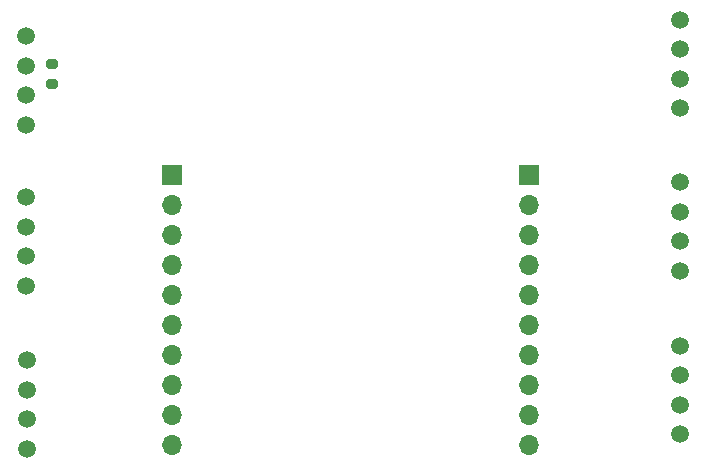
<source format=gbr>
%TF.GenerationSoftware,KiCad,Pcbnew,7.0.2*%
%TF.CreationDate,2024-03-21T19:14:15+01:00*%
%TF.ProjectId,Support_TTGO,53757070-6f72-4745-9f54-54474f2e6b69,rev?*%
%TF.SameCoordinates,Original*%
%TF.FileFunction,Soldermask,Bot*%
%TF.FilePolarity,Negative*%
%FSLAX46Y46*%
G04 Gerber Fmt 4.6, Leading zero omitted, Abs format (unit mm)*
G04 Created by KiCad (PCBNEW 7.0.2) date 2024-03-21 19:14:15*
%MOMM*%
%LPD*%
G01*
G04 APERTURE LIST*
G04 Aperture macros list*
%AMRoundRect*
0 Rectangle with rounded corners*
0 $1 Rounding radius*
0 $2 $3 $4 $5 $6 $7 $8 $9 X,Y pos of 4 corners*
0 Add a 4 corners polygon primitive as box body*
4,1,4,$2,$3,$4,$5,$6,$7,$8,$9,$2,$3,0*
0 Add four circle primitives for the rounded corners*
1,1,$1+$1,$2,$3*
1,1,$1+$1,$4,$5*
1,1,$1+$1,$6,$7*
1,1,$1+$1,$8,$9*
0 Add four rect primitives between the rounded corners*
20,1,$1+$1,$2,$3,$4,$5,0*
20,1,$1+$1,$4,$5,$6,$7,0*
20,1,$1+$1,$6,$7,$8,$9,0*
20,1,$1+$1,$8,$9,$2,$3,0*%
G04 Aperture macros list end*
%ADD10C,1.500000*%
%ADD11R,1.700000X1.700000*%
%ADD12O,1.700000X1.700000*%
%ADD13RoundRect,0.200000X0.275000X-0.200000X0.275000X0.200000X-0.275000X0.200000X-0.275000X-0.200000X0*%
G04 APERTURE END LIST*
D10*
%TO.C,J3*%
X168320000Y-105460000D03*
X168320000Y-102960000D03*
X168320000Y-100460000D03*
X168320000Y-97960000D03*
%TD*%
D11*
%TO.C,J1*%
X125300000Y-83500000D03*
D12*
X125300000Y-86040000D03*
X125300000Y-88580000D03*
X125300000Y-91120000D03*
X125300000Y-93660000D03*
X125300000Y-96200000D03*
X125300000Y-98740000D03*
X125300000Y-101280000D03*
X125300000Y-103820000D03*
X125300000Y-106360000D03*
%TD*%
%TO.C, *%
X155500000Y-106360000D03*
X155500000Y-103820000D03*
X155500000Y-101280000D03*
X155500000Y-98740000D03*
X155500000Y-96200000D03*
X155500000Y-93660000D03*
X155500000Y-91120000D03*
X155500000Y-88580000D03*
X155500000Y-86040000D03*
D11*
X155500000Y-83500000D03*
%TD*%
D10*
%TO.C,J8*%
X168240000Y-77860000D03*
X168240000Y-75360000D03*
X168240000Y-72860000D03*
X168240000Y-70360000D03*
%TD*%
%TO.C,J7*%
X112880000Y-71760000D03*
X112880000Y-74260000D03*
X112880000Y-76760000D03*
X112880000Y-79260000D03*
%TD*%
%TO.C,J4*%
X168300000Y-91610000D03*
X168300000Y-89110000D03*
X168300000Y-86610000D03*
X168300000Y-84110000D03*
%TD*%
%TO.C,J6*%
X112920000Y-85400000D03*
X112920000Y-87900000D03*
X112920000Y-90400000D03*
X112920000Y-92900000D03*
%TD*%
%TO.C,J5*%
X112990000Y-99210000D03*
X112990000Y-101710000D03*
X112990000Y-104210000D03*
X112990000Y-106710000D03*
%TD*%
D13*
%TO.C,R1*%
X115150000Y-75805000D03*
X115150000Y-74155000D03*
%TD*%
M02*

</source>
